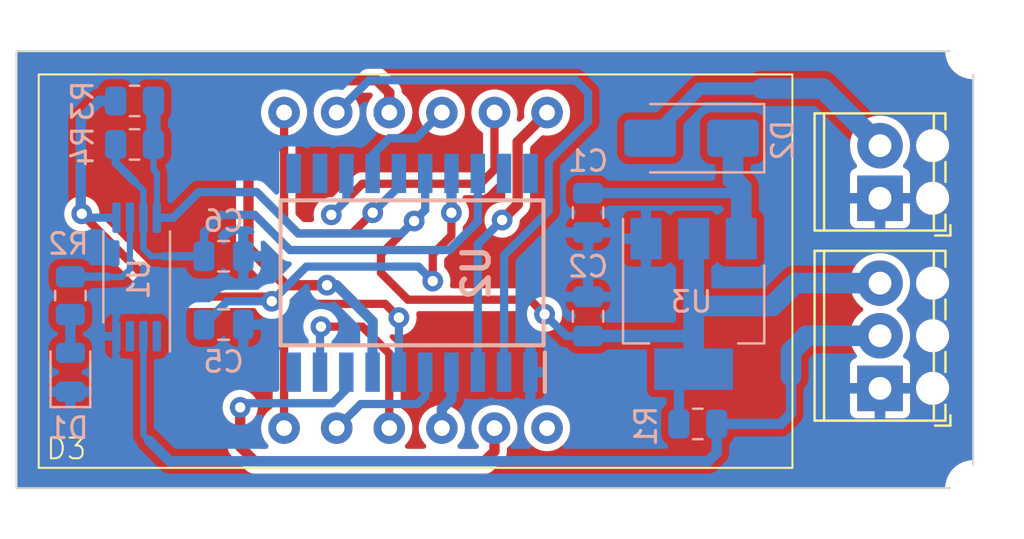
<source format=kicad_pcb>
(kicad_pcb (version 20221018) (generator pcbnew)
  (title_block (date "2023-08-18"))
  (layers (0 "F.Cu" signal) (31 "B.Cu" signal) (34 "B.Paste" user) (35 "F.Paste" user) (36 "B.SilkS" user "B.Silkscreen") (37 "F.SilkS" user "F.Silkscreen") (38 "B.Mask" user) (39 "F.Mask" user) (44 "Edge.Cuts" user))
  (net 0 "")
  (net 1 "+12V")
  (net 2 "GND")
  (net 3 "+5V")
  (net 4 "Net-(D1-A)")
  (net 5 "Net-(D2-A)")
  (net 6 "Net-(D3-e)")
  (net 7 "Net-(D3-d)")
  (net 8 "Net-(D3-DPX)")
  (net 9 "Net-(D3-c)")
  (net 10 "Net-(D3-g)")
  (net 11 "Net-(D3-b)")
  (net 12 "/CA3")
  (net 13 "/CA2")
  (net 14 "Net-(D3-f)")
  (net 15 "Net-(D3-a)")
  (net 16 "/CA1")
  (net 17 "Net-(J1-Pin_2)")
  (net 18 "Net-(U1-PB1)")
  (net 21 "Net-(U1-AREF{slash}PB0)")
  (net 22 "Net-(U1-PB2)")
  (footprint "TerminalBlock_Phoenix:TerminalBlock_Phoenix_MPT-0,5-3-2.54_1x03_P2.54mm_Horizontal" (layer "F.Cu") (at 168.65 98.43 90)
    (fp_text reference "J1" hide)
    (fp_text value "SENSOR")
    (fp_line (start -1.8 2.66) (end -1.8 3.4) (stroke (width 0.12)) (layer "F.SilkS"))
    (fp_line (start -1.8 3.4) (end -1.3 3.4) (stroke (width 0.12)) (layer "F.SilkS"))
    (fp_line (start -1.56 -3.16) (end -1.56 3.16) (stroke (width 0.12)) (layer "F.SilkS"))
    (fp_line (start -1.56 -3.16) (end 6.64 -3.16) (stroke (width 0.12)) (layer "F.SilkS"))
    (fp_line (start -1.56 -2.7) (end 6.64 -2.7) (stroke (width 0.12)) (layer "F.SilkS"))
    (fp_line (start -1.56 2.6) (end -0.79 2.6) (stroke (width 0.12)) (layer "F.SilkS"))
    (fp_line (start -1.56 3.16) (end -0.79 3.16) (stroke (width 0.12)) (layer "F.SilkS"))
    (fp_line (start 0.79 2.6) (end 1.75 2.6) (stroke (width 0.12)) (layer "F.SilkS"))
    (fp_line (start 0.79 3.16) (end 1.75 3.16) (stroke (width 0.12)) (layer "F.SilkS"))
    (fp_line (start 3.33 2.6) (end 4.29 2.6) (stroke (width 0.12)) (layer "F.SilkS"))
    (fp_line (start 3.33 3.16) (end 4.29 3.16) (stroke (width 0.12)) (layer "F.SilkS"))
    (fp_line (start 5.87 2.6) (end 6.64 2.6) (stroke (width 0.12)) (layer "F.SilkS"))
    (fp_line (start 5.87 3.16) (end 6.64 3.16) (stroke (width 0.12)) (layer "F.SilkS"))
    (fp_line (start 6.64 -3.16) (end 6.64 3.16) (stroke (width 0.12)) (layer "F.SilkS"))
    (pad "" np_thru_hole circle (at 0 2.54 90) (size 1.1 1.1) (drill 1.1) (layers "*.Cu" "*.Mask"))
    (pad "" np_thru_hole circle (at 2.54 2.54 90) (size 1.1 1.1) (drill 1.1) (layers "*.Cu" "*.Mask"))
    (pad "" np_thru_hole circle (at 5.08 2.54 90) (size 1.1 1.1) (drill 1.1) (layers "*.Cu" "*.Mask"))
    (pad "1" thru_hole rect (at 0 0 90) (size 2.2 2.2) (drill 1.1) (layers "*.Cu" "*.Mask") (net 2 "GND"))
    (pad "2" thru_hole circle (at 2.54 0 90) (size 2.2 2.2) (drill 1.1) (layers "*.Cu" "*.Mask") (net 17 "Net-(J1-Pin_2)"))
    (pad "3" thru_hole circle (at 5.08 0 90) (size 2.2 2.2) (drill 1.1) (layers "*.Cu" "*.Mask") (net 3 "+5V"))
  )
  (footprint "MountingHole:MountingHole_2.2mm_M2" (layer "F.Cu") (at 173.15 103.25)
    (fp_text reference "REF**" hide)
    (fp_text value "MountingHole_2.2mm_M2" hide)
    (pad "" np_thru_hole circle (at 0 0) (size 2.2 2.2) (drill 2.2) (layers "F&B.Cu" "*.Mask"))
  )
  (footprint "TerminalBlock_Phoenix:TerminalBlock_Phoenix_MPT-0,5-2-2.54_1x02_P2.54mm_Horizontal" (layer "F.Cu") (at 168.65 89.25 90)
    (fp_text reference "J2" hide)
    (fp_text value "POWER")
    (fp_line (start -1.8 2.66) (end -1.8 3.4) (stroke (width 0.12)) (layer "F.SilkS"))
    (fp_line (start -1.8 3.4) (end -1.3 3.4) (stroke (width 0.12)) (layer "F.SilkS"))
    (fp_line (start -1.56 -3.16) (end -1.56 3.16) (stroke (width 0.12)) (layer "F.SilkS"))
    (fp_line (start -1.56 -3.16) (end 4.1 -3.16) (stroke (width 0.12)) (layer "F.SilkS"))
    (fp_line (start -1.56 -2.7) (end 4.1 -2.7) (stroke (width 0.12)) (layer "F.SilkS"))
    (fp_line (start -1.56 2.6) (end -0.79 2.6) (stroke (width 0.12)) (layer "F.SilkS"))
    (fp_line (start -1.56 3.16) (end -0.79 3.16) (stroke (width 0.12)) (layer "F.SilkS"))
    (fp_line (start 0.79 2.6) (end 1.75 2.6) (stroke (width 0.12)) (layer "F.SilkS"))
    (fp_line (start 0.79 3.16) (end 1.75 3.16) (stroke (width 0.12)) (layer "F.SilkS"))
    (fp_line (start 3.33 2.6) (end 4.1 2.6) (stroke (width 0.12)) (layer "F.SilkS"))
    (fp_line (start 3.33 3.16) (end 4.1 3.16) (stroke (width 0.12)) (layer "F.SilkS"))
    (fp_line (start 4.1 -3.16) (end 4.1 3.16) (stroke (width 0.12)) (layer "F.SilkS"))
    (pad "" np_thru_hole circle (at 0 2.54 90) (size 1.1 1.1) (drill 1.1) (layers "*.Cu" "*.Mask"))
    (pad "" np_thru_hole circle (at 2.54 2.54 90) (size 1.1 1.1) (drill 1.1) (layers "*.Cu" "*.Mask"))
    (pad "1" thru_hole rect (at 0 0 90) (size 2.2 2.2) (drill 1.1) (layers "*.Cu" "*.Mask") (net 2 "GND"))
    (pad "2" thru_hole circle (at 2.54 0 90) (size 2.2 2.2) (drill 1.1) (layers "*.Cu" "*.Mask") (net 5 "Net-(D2-A)"))
  )
  (footprint "5631BS:5631BS" (layer "F.Cu") (at 139.87 100.35)
    (fp_text reference "D3" (at -10.52 1 unlocked) (layer "F.SilkS") (effects (font (thickness 0.1))))
    (fp_text value "5631BS")
    (fp_rect (start -11.85 -17.08) (end 24.55 1.92) (stroke (width 0.1)) (fill none) (layer "F.SilkS"))
    (pad "1" thru_hole circle (at 0 0) (size 1.524 1.524) (drill 0.762) (layers "*.Cu" "*.Mask") (net 6 "Net-(D3-e)"))
    (pad "2" thru_hole circle (at 2.54 0) (size 1.524 1.524) (drill 0.762) (layers "*.Cu" "*.Mask") (net 7 "Net-(D3-d)"))
    (pad "3" thru_hole circle (at 5.08 0) (size 1.524 1.524) (drill 0.762) (layers "*.Cu" "*.Mask") (net 8 "Net-(D3-DPX)"))
    (pad "4" thru_hole circle (at 7.62 0) (size 1.524 1.524) (drill 0.762) (layers "*.Cu" "*.Mask") (net 9 "Net-(D3-c)"))
    (pad "5" thru_hole circle (at 10.16 0) (size 1.524 1.524) (drill 0.762) (layers "*.Cu" "*.Mask") (net 10 "Net-(D3-g)"))
    (pad "6" thru_hole circle (at 12.7 0) (size 1.524 1.524) (drill 0.762) (layers "*.Cu" "*.Mask"))
    (pad "7" thru_hole circle (at 12.7 -15.24) (size 1.524 1.524) (drill 0.762) (layers "*.Cu" "*.Mask") (net 11 "Net-(D3-b)"))
    (pad "8" thru_hole circle (at 10.16 -15.24) (size 1.524 1.524) (drill 0.762) (layers "*.Cu" "*.Mask") (net 12 "/CA3"))
    (pad "9" thru_hole circle (at 7.62 -15.24) (size 1.524 1.524) (drill 0.762) (layers "*.Cu" "*.Mask") (net 13 "/CA2"))
    (pad "10" thru_hole circle (at 5.08 -15.24) (size 1.524 1.524) (drill 0.762) (layers "*.Cu" "*.Mask") (net 14 "Net-(D3-f)"))
    (pad "11" thru_hole circle (at 2.54 -15.24) (size 1.524 1.524) (drill 0.762) (layers "*.Cu" "*.Mask") (net 15 "Net-(D3-a)"))
    (pad "12" thru_hole circle (at 0 -15.24) (size 1.524 1.524) (drill 0.762) (layers "*.Cu" "*.Mask") (net 16 "/CA1"))
  )
  (footprint "MountingHole:MountingHole_2.2mm_M2" (layer "F.Cu") (at 173.15 82.15)
    (fp_text reference "REF**" hide)
    (fp_text value "MountingHole_2.2mm_M2" hide)
    (pad "" np_thru_hole circle (at 0 0) (size 2.2 2.2) (drill 2.2) (layers "*.Cu" "*.Mask"))
  )
  (footprint "Capacitor_SMD:C_0805_2012Metric" (layer "B.Cu") (at 136.95 95.35)
    (fp_text reference "C5" (at 0 1.8) (layer "B.SilkS") (effects (justify mirror)))
    (fp_text value "100pF")
    (fp_line (start -0.261252 -0.735) (end 0.261252 -0.735) (stroke (width 0.12)) (layer "B.SilkS"))
    (fp_line (start -0.261252 0.735) (end 0.261252 0.735) (stroke (width 0.12)) (layer "B.SilkS"))
    (pad "1" smd roundrect (at -0.95 0) (size 1 1.45) (layers "B.Cu" "B.Paste" "B.Mask") (net 21 "Net-(U1-AREF{slash}PB0)"))
    (pad "2" smd roundrect (at 0.95 0) (size 1 1.45) (layers "B.Cu" "B.Paste" "B.Mask") (net 2 "GND"))
  )
  (footprint "LED_SMD:LED_0805_2012Metric" (layer "B.Cu") (at 129.55 97.65 90)
    (fp_text reference "D1" (at -2.7 -0.1 180) (layer "B.SilkS") (effects (justify mirror)))
    (fp_text value "ERR")
    (fp_line (start -1.685 -0.96) (end 1 -0.96) (stroke (width 0.12)) (layer "B.SilkS"))
    (fp_line (start -1.685 0.96) (end -1.685 -0.96) (stroke (width 0.12)) (layer "B.SilkS"))
    (fp_line (start 1 0.96) (end -1.685 0.96) (stroke (width 0.12)) (layer "B.SilkS"))
    (pad "1" smd roundrect (at -0.9375 0 90) (size 0.975 1.4) (layers "B.Cu" "B.Paste" "B.Mask") (net 2 "GND"))
    (pad "2" smd roundrect (at 0.9375 0 90) (size 0.975 1.4) (layers "B.Cu" "B.Paste" "B.Mask") (net 4 "Net-(D1-A)"))
  )
  (footprint "Resistor_SMD:R_0805_2012Metric" (layer "B.Cu") (at 159.85 100.15 180)
    (fp_text reference "R1" (at 2.5 -0.1 90) (layer "B.SilkS") (effects (justify mirror)))
    (fp_text value "4.7K")
    (fp_line (start -0.227064 -0.735) (end 0.227064 -0.735) (stroke (width 0.12)) (layer "B.SilkS"))
    (fp_line (start -0.227064 0.735) (end 0.227064 0.735) (stroke (width 0.12)) (layer "B.SilkS"))
    (pad "1" smd roundrect (at -0.9125 0 180) (size 1.025 1.4) (layers "B.Cu" "B.Paste" "B.Mask") (roundrect_rratio 0.243902439) (net 17 "Net-(J1-Pin_2)"))
    (pad "2" smd roundrect (at 0.9125 0 180) (size 1.025 1.4) (layers "B.Cu" "B.Paste" "B.Mask") (roundrect_rratio 0.243902439) (net 3 "+5V"))
  )
  (footprint "Capacitor_SMD:C_0805_2012Metric" (layer "B.Cu") (at 154.55 94.95 90)
    (fp_text reference "C2" (at 2.4 0 180) (layer "B.SilkS") (effects (justify mirror)))
    (fp_text value "10uF")
    (fp_line (start -0.261252 -0.735) (end 0.261252 -0.735) (stroke (width 0.12)) (layer "B.SilkS"))
    (fp_line (start -0.261252 0.735) (end 0.261252 0.735) (stroke (width 0.12)) (layer "B.SilkS"))
    (pad "1" smd roundrect (at -0.95 0 90) (size 1 1.45) (layers "B.Cu" "B.Paste" "B.Mask") (net 3 "+5V"))
    (pad "2" smd roundrect (at 0.95 0 90) (size 1 1.45) (layers "B.Cu" "B.Paste" "B.Mask") (net 2 "GND"))
  )
  (footprint "Capacitor_SMD:C_0805_2012Metric" (layer "B.Cu") (at 154.55 89.95 -90)
    (fp_text reference "C1" (at -2.5 0 -180) (layer "B.SilkS") (effects (justify mirror)))
    (fp_text value "10uF")
    (fp_line (start -0.261252 -0.735) (end 0.261252 -0.735) (stroke (width 0.12)) (layer "B.SilkS"))
    (fp_line (start -0.261252 0.735) (end 0.261252 0.735) (stroke (width 0.12)) (layer "B.SilkS"))
    (pad "1" smd roundrect (at -0.95 0 270) (size 1 1.45) (layers "B.Cu" "B.Paste" "B.Mask") (net 1 "+12V"))
    (pad "2" smd roundrect (at 0.95 0 270) (size 1 1.45) (layers "B.Cu" "B.Paste" "B.Mask") (net 2 "GND"))
  )
  (footprint "Resistor_SMD:R_0805_2012Metric" (layer "B.Cu") (at 132.65 84.55 180)
    (fp_text reference "R3" (at 2.5 0 270) (layer "B.SilkS") (effects (justify mirror)))
    (fp_text value "10K")
    (fp_line (start -0.227064 -0.735) (end 0.227064 -0.735) (stroke (width 0.12)) (layer "B.SilkS"))
    (fp_line (start -0.227064 0.735) (end 0.227064 0.735) (stroke (width 0.12)) (layer "B.SilkS"))
    (pad "1" smd roundrect (at -0.9125 0 180) (size 1.025 1.4) (layers "B.Cu" "B.Paste" "B.Mask") (roundrect_rratio 0.243902439) (net 3 "+5V"))
    (pad "2" smd roundrect (at 0.9125 0 180) (size 1.025 1.4) (layers "B.Cu" "B.Paste" "B.Mask") (roundrect_rratio 0.243902439) (net 21 "Net-(U1-AREF{slash}PB0)"))
  )
  (footprint "Package_SO:TSSOP-8_4.4x3mm_P0.65mm" (layer "B.Cu") (at 132.75 93.05 90)
    (fp_text reference "U1" (at -0.1 0.1 90) (layer "B.SilkS") (effects (justify mirror)))
    (fp_text value "ATtiny45V")
    (fp_line (start 0 -1.61) (end -2.2 -1.61) (stroke (width 0.12)) (layer "B.SilkS"))
    (fp_line (start 0 -1.61) (end 2.2 -1.61) (stroke (width 0.12)) (layer "B.SilkS"))
    (fp_line (start 0 1.61) (end -3.6 1.61) (stroke (width 0.12)) (layer "B.SilkS"))
    (fp_line (start 0 1.61) (end 2.2 1.61) (stroke (width 0.12)) (layer "B.SilkS"))
    (pad "1" smd roundrect (at -2.8625 0.975 90) (size 1.475 0.4) (layers "B.Cu" "B.Paste" "B.Mask"))
    (pad "2" smd roundrect (at -2.8625 0.325 90) (size 1.475 0.4) (layers "B.Cu" "B.Paste" "B.Mask") (net 17 "Net-(J1-Pin_2)"))
    (pad "3" smd roundrect (at -2.8625 -0.325 90) (size 1.475 0.4) (layers "B.Cu" "B.Paste" "B.Mask"))
    (pad "4" smd roundrect (at -2.8625 -0.975 90) (size 1.475 0.4) (layers "B.Cu" "B.Paste" "B.Mask") (net 2 "GND"))
    (pad "5" smd roundrect (at 2.8625 -0.975 90) (size 1.475 0.4) (layers "B.Cu" "B.Paste" "B.Mask") (net 21 "Net-(U1-AREF{slash}PB0)"))
    (pad "6" smd roundrect (at 2.8625 -0.325 90) (size 1.475 0.4) (layers "B.Cu" "B.Paste" "B.Mask") (net 18 "Net-(U1-PB1)"))
    (pad "7" smd roundrect (at 2.8625 0.325 90) (size 1.475 0.4) (layers "B.Cu" "B.Paste" "B.Mask") (net 22 "Net-(U1-PB2)"))
    (pad "8" smd roundrect (at 2.8625 0.975 90) (size 1.475 0.4) (layers "B.Cu" "B.Paste" "B.Mask") (net 3 "+5V"))
  )
  (footprint "Capacitor_SMD:C_0805_2012Metric" (layer "B.Cu") (at 136.95 92.05)
    (fp_text reference "C6" (at 0 -1.7) (layer "B.SilkS") (effects (justify mirror)))
    (fp_text value "100pF")
    (fp_line (start -0.261252 -0.735) (end 0.261252 -0.735) (stroke (width 0.12)) (layer "B.SilkS"))
    (fp_line (start -0.261252 0.735) (end 0.261252 0.735) (stroke (width 0.12)) (layer "B.SilkS"))
    (pad "1" smd roundrect (at -0.95 0) (size 1 1.45) (layers "B.Cu" "B.Paste" "B.Mask") (net 22 "Net-(U1-PB2)"))
    (pad "2" smd roundrect (at 0.95 0) (size 1 1.45) (layers "B.Cu" "B.Paste" "B.Mask") (net 2 "GND"))
  )
  (footprint "Resistor_SMD:R_0805_2012Metric" (layer "B.Cu") (at 129.55 93.95 -90)
    (fp_text reference "R2" (at -2.5 0.1 -180) (layer "B.SilkS") (effects (justify mirror)))
    (fp_text value "330")
    (fp_line (start -0.227064 -0.735) (end 0.227064 -0.735) (stroke (width 0.12)) (layer "B.SilkS"))
    (fp_line (start -0.227064 0.735) (end 0.227064 0.735) (stroke (width 0.12)) (layer "B.SilkS"))
    (pad "1" smd roundrect (at -0.9125 0 270) (size 1.025 1.4) (layers "B.Cu" "B.Paste" "B.Mask") (roundrect_rratio 0.243902439) (net 18 "Net-(U1-PB1)"))
    (pad "2" smd roundrect (at 0.9125 0 270) (size 1.025 1.4) (layers "B.Cu" "B.Paste" "B.Mask") (roundrect_rratio 0.243902439) (net 4 "Net-(D1-A)"))
  )
  (footprint "Diode_SMD:D_SMA" (layer "B.Cu") (at 159.55 86.35 180)
    (fp_text reference "D2" (at -4.4 -0.1 270) (layer "B.SilkS") (effects (justify mirror)))
    (fp_text value "D_Schottky")
    (fp_line (start -3.51 -1.65) (end 2 -1.65) (stroke (width 0.12)) (layer "B.SilkS"))
    (fp_line (start -3.51 1.65) (end -3.51 -1.65) (stroke (width 0.12)) (layer "B.SilkS"))
    (fp_line (start -3.51 1.65) (end 2 1.65) (stroke (width 0.12)) (layer "B.SilkS"))
    (pad "1" smd roundrect (at -2 0 180) (size 2.5 1.8) (layers "B.Cu" "B.Paste" "B.Mask") (roundrect_rratio 0.1388888889) (net 1 "+12V"))
    (pad "2" smd roundrect (at 2 0 180) (size 2.5 1.8) (layers "B.Cu" "B.Paste" "B.Mask") (roundrect_rratio 0.1388888889) (net 5 "Net-(D2-A)"))
  )
  (footprint "TM1637__SOP_:SOIC127P1045X280-20N" (layer "B.Cu") (at 146.05 92.85 90)
    (fp_text reference "U2" (at 0 3.1 90) (layer "B.SilkS") (effects (font (size 1.27 1.27) (thickness 0.254)) (justify mirror)))
    (fp_text value "TM1637" hide)
    (fp_line (start -5.75 6.415) (end -3.85 6.415) (stroke (width 0.2)) (layer "B.SilkS"))
    (fp_line (start -3.5 -6.35) (end -3.5 6.35) (stroke (width 0.2)) (layer "B.SilkS"))
    (fp_line (start -3.5 6.35) (end 3.5 6.35) (stroke (width 0.2)) (layer "B.SilkS"))
    (fp_line (start 3.5 -6.35) (end -3.5 -6.35) (stroke (width 0.2)) (layer "B.SilkS"))
    (fp_line (start 3.5 6.35) (end 3.5 -6.35) (stroke (width 0.2)) (layer "B.SilkS"))
    (pad "1" smd rect (at -4.8 5.715) (size 0.7 1.9) (layers "B.Cu" "B.Paste" "B.Mask") (net 2 "GND"))
    (pad "2" smd rect (at -4.8 4.445) (size 0.7 1.9) (layers "B.Cu" "B.Paste" "B.Mask") (net 15 "Net-(D3-a)"))
    (pad "3" smd rect (at -4.8 3.175) (size 0.7 1.9) (layers "B.Cu" "B.Paste" "B.Mask") (net 11 "Net-(D3-b)"))
    (pad "4" smd rect (at -4.8 1.905) (size 0.7 1.9) (layers "B.Cu" "B.Paste" "B.Mask") (net 9 "Net-(D3-c)"))
    (pad "5" smd rect (at -4.8 0.635) (size 0.7 1.9) (layers "B.Cu" "B.Paste" "B.Mask") (net 7 "Net-(D3-d)"))
    (pad "6" smd rect (at -4.8 -0.635) (size 0.7 1.9) (layers "B.Cu" "B.Paste" "B.Mask") (net 6 "Net-(D3-e)"))
    (pad "7" smd rect (at -4.8 -1.905) (size 0.7 1.9) (layers "B.Cu" "B.Paste" "B.Mask") (net 14 "Net-(D3-f)"))
    (pad "8" smd rect (at -4.8 -3.175) (size 0.7 1.9) (layers "B.Cu" "B.Paste" "B.Mask") (net 10 "Net-(D3-g)"))
    (pad "9" smd rect (at -4.8 -4.445) (size 0.7 1.9) (layers "B.Cu" "B.Paste" "B.Mask") (net 8 "Net-(D3-DPX)"))
    (pad "10" smd rect (at -4.8 -5.715) (size 0.7 1.9) (layers "B.Cu" "B.Paste" "B.Mask"))
    (pad "11" smd rect (at 4.8 -5.715) (size 0.7 1.9) (layers "B.Cu" "B.Paste" "B.Mask"))
    (pad "12" smd rect (at 4.8 -4.445) (size 0.7 1.9) (layers "B.Cu" "B.Paste" "B.Mask"))
    (pad "13" smd rect (at 4.8 -3.175) (size 0.7 1.9) (layers "B.Cu" "B.Paste" "B.Mask") (net 12 "/CA3"))
    (pad "14" smd rect (at 4.8 -1.905) (size 0.7 1.9) (layers "B.Cu" "B.Paste" "B.Mask") (net 13 "/CA2"))
    (pad "15" smd rect (at 4.8 -0.635) (size 0.7 1.9) (layers "B.Cu" "B.Paste" "B.Mask") (net 16 "/CA1"))
    (pad "16" smd rect (at 4.8 0.635) (size 0.7 1.9) (layers "B.Cu" "B.Paste" "B.Mask") (net 3 "+5V"))
    (pad "17" smd rect (at 4.8 1.905) (size 0.7 1.9) (layers "B.Cu" "B.Paste" "B.Mask") (net 21 "Net-(U1-AREF{slash}PB0)"))
    (pad "18" smd rect (at 4.8 3.175) (size 0.7 1.9) (layers "B.Cu" "B.Paste" "B.Mask") (net 22 "Net-(U1-PB2)"))
    (pad "19" smd rect (at 4.8 4.445) (size 0.7 1.9) (layers "B.Cu" "B.Paste" "B.Mask"))
    (pad "20" smd rect (at 4.8 5.715) (size 0.7 1.9) (layers "B.Cu" "B.Paste" "B.Mask"))
  )
  (footprint "Resistor_SMD:R_0805_2012Metric" (layer "B.Cu") (at 132.65 86.65 180)
    (fp_text reference "R4" (at 2.5 -0.1 90) (layer "B.SilkS") (effects (justify mirror)))
    (fp_text value "10K")
    (fp_line (start -0.227064 -0.735) (end 0.227064 -0.735) (stroke (width 0.12)) (layer "B.SilkS"))
    (fp_line (start -0.227064 0.735) (end 0.227064 0.735) (stroke (width 0.12)) (layer "B.SilkS"))
    (pad "1" smd roundrect (at -0.9125 0 180) (size 1.025 1.4) (layers "B.Cu" "B.Paste" "B.Mask") (roundrect_rratio 0.243902439) (net 3 "+5V"))
    (pad "2" smd roundrect (at 0.9125 0 180) (size 1.025 1.4) (layers "B.Cu" "B.Paste" "B.Mask") (roundrect_rratio 0.243902439) (net 22 "Net-(U1-PB2)"))
  )
  (footprint "Package_TO_SOT_SMD:SOT-223-3_TabPin2" (layer "B.Cu") (at 159.65 94.35 -90)
    (fp_text reference "U3" (at -0.1 0.1) (layer "B.SilkS") (effects (justify mirror)))
    (fp_text value "AMS1117-5.0")
    (fp_line (start -4.1 3.41) (end 1.91 3.41) (stroke (width 0.12)) (layer "B.SilkS"))
    (fp_line (start -1.85 -3.41) (end 1.91 -3.41) (stroke (width 0.12)) (layer "B.SilkS"))
    (fp_line (start 1.91 -3.41) (end 1.91 -2.15) (stroke (width 0.12)) (layer "B.SilkS"))
    (fp_line (start 1.91 3.41) (end 1.91 2.15) (stroke (width 0.12)) (layer "B.SilkS"))
    (pad "1" smd rect (at -3.15 2.3 270) (size 2 1.5) (layers "B.Cu" "B.Paste" "B.Mask") (net 2 "GND"))
    (pad "2" smd rect (at -3.15 0 270) (size 2 1.5) (layers "B.Cu" "B.Paste" "B.Mask") (net 3 "+5V"))
    (pad "2" smd rect (at 3.15 0 270) (size 2 3.8) (layers "B.Cu" "B.Paste" "B.Mask") (net 3 "+5V"))
    (pad "3" smd rect (at -3.15 -2.3 270) (size 2 1.5) (layers "B.Cu" "B.Paste" "B.Mask") (net 1 "+12V"))
  )
  (gr_rect (start 126.95 82.15) (end 173.15 103.25) (stroke (width 0.1)) (fill none) (layer "Edge.Cuts"))
  (gr_text "+" (at 167.55 84.15) (layer "F.Cu") (effects (font (size 1.5 1.5) (thickness 0.3) bold) (justify left bottom)))
  (gr_text "GND" (at 166 102.75) (layer "F.Cu") (effects (font (size 1.5 1.5) (thickness 0.3) bold) (justify left bottom)))
  (segment (start 161.95 89.05) (end 161.95 88.75) (width 1) (layer "B.Cu") (net 1))
  (segment (start 161.95 88.75) (end 161.55 88.35) (width 1) (layer "B.Cu") (net 1))
  (segment (start 161.55 88.35) (end 161.55 86.35) (width 1) (layer "B.Cu") (net 1))
  (segment (start 161.95 91.2) (end 161.95 89.05) (width 1) (layer "B.Cu") (net 1))
  (segment (start 154.55 89) (end 161.9 89) (width 0.5) (layer "B.Cu") (net 1))
  (segment (start 161.9 89) (end 161.95 89.05) (width 0.5) (layer "B.Cu") (net 1))
  (segment (start 144.55 91.95) (end 146.15 90.35) (width 0.4) (layer "F.Cu") (net 3))
  (segment (start 145.85 94.15) (end 144.55 92.85) (width 0.4) (layer "F.Cu") (net 3))
  (segment (start 151.75 94.15) (end 145.85 94.15) (width 0.4) (layer "F.Cu") (net 3))
  (segment (start 144.55 92.85) (end 144.55 91.95) (width 0.4) (layer "F.Cu") (net 3))
  (segment (start 152.45 94.85) (end 151.75 94.15) (width 0.4) (layer "F.Cu") (net 3))
  (via (at 146.15 90.35) (size 1) (drill 0.5) (layers "F.Cu" "B.Cu") (net 3))
  (via (at 152.45 94.85) (size 1) (drill 0.5) (layers "F.Cu" "B.Cu") (net 3))
  (segment (start 158.9375 100.15) (end 158.9375 98.2125) (width 0.5) (layer "B.Cu") (net 3))
  (segment (start 164.55 93.35) (end 168.65 93.35) (width 1) (layer "B.Cu") (net 3))
  (segment (start 158.9375 98.2125) (end 159.65 97.5) (width 0.5) (layer "B.Cu") (net 3))
  (segment (start 159.6 95.9) (end 159.65 95.85) (width 0.6) (layer "B.Cu") (net 3))
  (segment (start 133.725 88.025) (end 133.725 90.1875) (width 0.3) (layer "B.Cu") (net 3))
  (segment (start 146.15 90.35) (end 145.55 90.95) (width 0.4) (layer "B.Cu") (net 3))
  (segment (start 154.55 95.9) (end 159.6 95.9) (width 0.6) (layer "B.Cu") (net 3))
  (segment (start 153.5 95.9) (end 154.55 95.9) (width 0.4) (layer "B.Cu") (net 3))
  (segment (start 134.5125 90.1875) (end 133.725 90.1875) (width 0.4) (layer "B.Cu") (net 3))
  (segment (start 145.55 90.95) (end 140.55 90.95) (width 0.4) (layer "B.Cu") (net 3))
  (segment (start 152.45 94.85) (end 153.5 95.9) (width 0.4) (layer "B.Cu") (net 3))
  (segment (start 140.55 90.95) (end 138.55 88.95) (width 0.4) (layer "B.Cu") (net 3))
  (segment (start 163.45 94.45) (end 164.55 93.35) (width 1) (layer "B.Cu") (net 3))
  (segment (start 133.5625 87.8625) (end 133.725 88.025) (width 0.3) (layer "B.Cu") (net 3))
  (segment (start 159.65 91.2) (end 159.65 94.45) (width 1) (layer "B.Cu") (net 3))
  (segment (start 146.685 89.815) (end 146.685 88.05) (width 0.4) (layer "B.Cu") (net 3))
  (segment (start 159.65 94.45) (end 163.45 94.45) (width 1) (layer "B.Cu") (net 3))
  (segment (start 133.5625 86.65) (end 133.5625 84.55) (width 0.7) (layer "B.Cu") (net 3))
  (segment (start 135.75 88.95) (end 134.5125 90.1875) (width 0.4) (layer "B.Cu") (net 3))
  (segment (start 138.55 88.95) (end 135.75 88.95) (width 0.4) (layer "B.Cu") (net 3))
  (segment (start 133.5625 86.65) (end 133.5625 87.8625) (width 0.3) (layer "B.Cu") (net 3))
  (segment (start 159.65 94.45) (end 159.65 95.85) (width 1) (layer "B.Cu") (net 3))
  (segment (start 159.65 95.85) (end 159.65 97.5) (width 1) (layer "B.Cu") (net 3))
  (segment (start 146.15 90.35) (end 146.685 89.815) (width 0.4) (layer "B.Cu") (net 3))
  (segment (start 129.55 94.8625) (end 129.55 96.7125) (width 0.5) (layer "B.Cu") (net 4))
  (segment (start 162.95 83.95) (end 159.95 83.95) (width 0.6) (layer "B.Cu") (net 5))
  (segment (start 162.95 83.95) (end 165.89 83.95) (width 1) (layer "B.Cu") (net 5))
  (segment (start 165.89 83.95) (end 168.65 86.71) (width 1) (layer "B.Cu") (net 5))
  (segment (start 159.95 83.95) (end 157.55 86.35) (width 0.6) (layer "B.Cu") (net 5))
  (segment (start 144.75 94.35) (end 140.95 94.35) (width 0.4) (layer "F.Cu") (net 6))
  (segment (start 139.87 95.43) (end 139.87 100.35) (width 0.4) (layer "F.Cu") (net 6))
  (segment (start 140.95 94.35) (end 139.87 95.43) (width 0.4) (layer "F.Cu") (net 6))
  (segment (start 145.415 95.015) (end 144.75 94.35) (width 0.4) (layer "F.Cu") (net 6))
  (via (at 145.415 95.015) (size 1) (drill 0.5) (layers "F.Cu" "B.Cu") (net 6))
  (segment (start 145.415 95.015) (end 145.415 97.65) (width 0.4) (layer "B.Cu") (net 6))
  (segment (start 142.41 100.35) (end 143.572 99.188) (width 0.4) (layer "B.Cu") (net 7))
  (segment (start 143.572 99.188) (end 146.312 99.188) (width 0.4) (layer "B.Cu") (net 7))
  (segment (start 146.312 99.188) (end 146.685 98.815) (width 0.4) (layer "B.Cu") (net 7))
  (segment (start 146.685 98.815) (end 146.685 97.65) (width 0.4) (layer "B.Cu") (net 7))
  (segment (start 143.65 95.45) (end 144.95 96.75) (width 0.4) (layer "F.Cu") (net 8))
  (segment (start 141.65 95.45) (end 143.65 95.45) (width 0.4) (layer "F.Cu") (net 8))
  (segment (start 144.95 96.75) (end 144.95 100.35) (width 0.4) (layer "F.Cu") (net 8))
  (via (at 141.65 95.45) (size 1) (drill 0.5) (layers "F.Cu" "B.Cu") (net 8))
  (segment (start 141.605 95.495) (end 141.605 97.65) (width 0.4) (layer "B.Cu") (net 8))
  (segment (start 141.65 95.45) (end 141.605 95.495) (width 0.4) (layer "B.Cu") (net 8))
  (segment (start 147.49 99.41) (end 147.49 100.35) (width 0.5) (layer "B.Cu") (net 9))
  (segment (start 147.955 98.945) (end 147.49 99.41) (width 0.5) (layer "B.Cu") (net 9))
  (segment (start 147.955 97.65) (end 147.955 98.945) (width 0.5) (layer "B.Cu") (net 9))
  (segment (start 149.55 101.95) (end 150.03 101.47) (width 0.5) (layer "F.Cu") (net 10))
  (segment (start 138.45 101.95) (end 149.55 101.95) (width 0.5) (layer "F.Cu") (net 10))
  (segment (start 137.75 99.35) (end 137.75 101.25) (width 0.5) (layer "F.Cu") (net 10))
  (segment (start 150.03 101.47) (end 150.03 100.35) (width 0.5) (layer "F.Cu") (net 10))
  (segment (start 137.75 101.25) (end 138.45 101.95) (width 0.5) (layer "F.Cu") (net 10))
  (via (at 137.75 99.35) (size 1) (drill 0.5) (layers "F.Cu" "B.Cu") (net 10))
  (segment (start 142.205 99.15) (end 137.95 99.15) (width 0.4) (layer "B.Cu") (net 10))
  (segment (start 137.95 99.15) (end 137.75 99.35) (width 0.4) (layer "B.Cu") (net 10))
  (segment (start 142.875 98.48) (end 142.205 99.15) (width 0.4) (layer "B.Cu") (net 10))
  (segment (start 142.875 97.65) (end 142.875 98.48) (width 0.4) (layer "B.Cu") (net 10))
  (segment (start 151.15 89.55) (end 151.15 86.53) (width 0.5) (layer "F.Cu") (net 11))
  (segment (start 150.4 90.3) (end 151.15 89.55) (width 0.5) (layer "F.Cu") (net 11))
  (segment (start 151.15 86.53) (end 152.57 85.11) (width 0.5) (layer "F.Cu") (net 11))
  (via (at 150.4 90.3) (size 1) (drill 0.5) (layers "F.Cu" "B.Cu") (net 11))
  (segment (start 149.225 91.475) (end 149.225 97.65) (width 0.4) (layer "B.Cu") (net 11))
  (segment (start 150.4 90.3) (end 149.225 91.475) (width 0.4) (layer "B.Cu") (net 11))
  (segment (start 142.15 90.0505) (end 143.6505 88.55) (width 0.4) (layer "F.Cu") (net 12))
  (segment (start 150.03 87.87) (end 150.03 85.11) (width 0.4) (layer "F.Cu") (net 12))
  (segment (start 149.35 88.55) (end 150.03 87.87) (width 0.4) (layer "F.Cu") (net 12))
  (segment (start 143.6505 88.55) (end 149.35 88.55) (width 0.4) (layer "F.Cu") (net 12))
  (via (at 142.15 90.0505) (size 1) (drill 0.5) (layers "F.Cu" "B.Cu") (net 12))
  (segment (start 142.15 90.0505) (end 142.875 89.3255) (width 0.4) (layer "B.Cu") (net 12))
  (segment (start 142.875 89.3255) (end 142.875 88.05) (width 0.4) (layer "B.Cu") (net 12))
  (segment (start 144.95 86.35) (end 146.25 86.35) (width 0.4) (layer "B.Cu") (net 13))
  (segment (start 146.25 86.35) (end 147.49 85.11) (width 0.4) (layer "B.Cu") (net 13))
  (segment (start 144.145 87.155) (end 144.95 86.35) (width 0.4) (layer "B.Cu") (net 13))
  (segment (start 144.145 88.05) (end 144.145 87.155) (width 0.4) (layer "B.Cu") (net 13))
  (segment (start 138.15 84.55) (end 139.15 83.55) (width 0.5) (layer "F.Cu") (net 14))
  (segment (start 138.15 91.65) (end 138.15 84.55) (width 0.5) (layer "F.Cu") (net 14))
  (segment (start 144.95 84.15) (end 144.95 85.11) (width 0.5) (layer "F.Cu") (net 14))
  (segment (start 139.15 83.55) (end 144.35 83.55) (width 0.5) (layer "F.Cu") (net 14))
  (segment (start 139.9505 93.4505) (end 138.15 91.65) (width 0.5) (layer "F.Cu") (net 14))
  (segment (start 144.35 83.55) (end 144.95 84.15) (width 0.5) (layer "F.Cu") (net 14))
  (segment (start 141.945 93.4505) (end 139.9505 93.4505) (width 0.5) (layer "F.Cu") (net 14))
  (via (at 141.945 93.4505) (size 1) (drill 0.5) (layers "F.Cu" "B.Cu") (net 14))
  (segment (start 142.4005 93.4505) (end 144.145 95.195) (width 0.5) (layer "B.Cu") (net 14))
  (segment (start 144.145 95.195) (end 144.145 97.65) (width 0.5) (layer "B.Cu") (net 14))
  (segment (start 141.945 93.4505) (end 142.4005 93.4505) (width 0.5) (layer "B.Cu") (net 14))
  (segment (start 142.41 85.11) (end 143.97 83.55) (width 0.4) (layer "B.Cu") (net 15))
  (segment (start 150.495 92.005) (end 150.495 97.65) (width 0.4) (layer "B.Cu") (net 15))
  (segment (start 152.65 87.45) (end 152.65 89.85) (width 0.4) (layer "B.Cu") (net 15))
  (segment (start 153.95 83.55) (end 154.55 84.15) (width 0.4) (layer "B.Cu") (net 15))
  (segment (start 152.65 89.85) (end 150.495 92.005) (width 0.4) (layer "B.Cu") (net 15))
  (segment (start 154.55 85.55) (end 152.65 87.45) (width 0.4) (layer "B.Cu") (net 15))
  (segment (start 154.55 84.15) (end 154.55 85.55) (width 0.4) (layer "B.Cu") (net 15))
  (segment (start 143.97 83.55) (end 153.95 83.55) (width 0.4) (layer "B.Cu") (net 15))
  (segment (start 143.15 90.95) (end 140.55 90.95) (width 0.4) (layer "F.Cu") (net 16))
  (segment (start 139.87 90.27) (end 139.87 85.11) (width 0.4) (layer "F.Cu") (net 16))
  (segment (start 144.15 89.95) (end 143.15 90.95) (width 0.4) (layer "F.Cu") (net 16))
  (segment (start 140.55 90.95) (end 139.87 90.27) (width 0.4) (layer "F.Cu") (net 16))
  (via (at 144.15 89.95) (size 1) (drill 0.5) (layers "F.Cu" "B.Cu") (net 16))
  (segment (start 145.415 88.685) (end 145.415 88.05) (width 0.4) (layer "B.Cu") (net 16))
  (segment (start 144.15 89.95) (end 145.415 88.685) (width 0.4) (layer "B.Cu") (net 16))
  (segment (start 165.11 95.89) (end 164.35 96.65) (width 1) (layer "B.Cu") (net 17))
  (segment (start 160.7625 101.5375) (end 160.7625 100.15) (width 0.5) (layer "B.Cu") (net 17))
  (segment (start 133.35 100.95) (end 134.35 101.95) (width 0.5) (layer "B.Cu") (net 17))
  (segment (start 164.35 99.65) (end 164.35 97.85) (width 0.5) (layer "B.Cu") (net 17))
  (segment (start 134.35 101.95) (end 160.35 101.95) (width 0.5) (layer "B.Cu") (net 17))
  (segment (start 163.85 100.15) (end 164.35 99.65) (width 0.5) (layer "B.Cu") (net 17))
  (segment (start 133.075 95.9125) (end 133.075 100.675) (width 0.3) (layer "B.Cu") (net 17))
  (segment (start 168.65 95.89) (end 165.11 95.89) (width 1) (layer "B.Cu") (net 17))
  (segment (start 164.35 96.65) (end 164.35 97.85) (width 1) (layer "B.Cu") (net 17))
  (segment (start 160.75 100.1625) (end 160.7625 100.15) (width 0.5) (layer "B.Cu") (net 17))
  (segment (start 160.7625 100.15) (end 163.85 100.15) (width 0.5) (layer "B.Cu") (net 17))
  (segment (start 160.35 101.95) (end 160.7625 101.5375) (width 0.5) (layer "B.Cu") (net 17))
  (segment (start 133.075 100.675) (end 133.35 100.95) (width 0.3) (layer "B.Cu") (net 17))
  (segment (start 131.3375 93.0375) (end 131.35 93.05) (width 0.4) (layer "B.Cu") (net 18))
  (segment (start 129.55 93.0375) (end 131.3375 93.0375) (width 0.4) (layer "B.Cu") (net 18))
  (segment (start 132.425 92.675) (end 132.05 93.05) (width 0.3) (layer "B.Cu") (net 18))
  (segment (start 132.05 93.05) (end 131.35 93.05) (width 0.3) (layer "B.Cu") (net 18))
  (segment (start 132.425 90.1875) (end 132.425 92.675) (width 0.3) (layer "B.Cu") (net 18))
  (segment (start 139.2755 94.225) (end 139.0505 94) (width 0.4) (layer "F.Cu") (net 21))
  (segment (start 147.05 91.95) (end 147.95 91.05) (width 0.4) (layer "F.Cu") (net 21))
  (segment (start 147.95 91.05) (end 147.95 89.95) (width 0.4) (layer "F.Cu") (net 21))
  (segment (start 134.1 94) (end 130.1 90) (width 0.4) (layer "F.Cu") (net 21))
  (segment (start 147.05 93.25) (end 147.05 91.95) (width 0.4) (layer "F.Cu") (net 21))
  (segment (start 139.0505 94) (end 134.1 94) (width 0.4) (layer "F.Cu") (net 21))
  (via (at 130.1 90) (size 1) (drill 0.5) (layers "F.Cu" "B.Cu") (net 21))
  (via (at 147.95 89.95) (size 1) (drill 0.5) (layers "F.Cu" "B.Cu") (net 21))
  (via (at 139.2755 94.225) (size 1) (drill 0.5) (layers "F.Cu" "B.Cu") (net 21))
  (via (at 147.05 93.25) (size 1) (drill 0.5) (layers "F.Cu" "B.Cu") (net 21))
  (segment (start 139.2755 94.225) (end 140.9505 92.55) (width 0.4) (layer "B.Cu") (net 21))
  (segment (start 139.2755 94.225) (end 137.125 94.225) (width 0.4) (layer "B.Cu") (net 21))
  (segment (start 137.125 94.225) (end 136 95.35) (width 0.4) (layer "B.Cu") (net 21))
  (segment (start 147.95 89.95) (end 147.955 89.945) (width 0.5) (layer "B.Cu") (net 21))
  (segment (start 130.1 90) (end 130.2875 90.1875) (width 0.4) (layer "B.Cu") (net 21))
  (segment (start 130.05 89.95) (end 130.05 85.45) (width 0.5) (layer "B.Cu") (net 21))
  (segment (start 140.9505 92.55) (end 146.35 92.55) (width 0.4) (layer "B.Cu") (net 21))
  (segment (start 146.35 92.55) (end 147.05 93.25) (width 0.4) (layer "B.Cu") (net 21))
  (segment (start 147.955 89.945) (end 147.955 88.05) (width 0.5) (layer "B.Cu") (net 21))
  (segment (start 130.2875 90.1875) (end 131.775 90.1875) (width 0.4) (layer "B.Cu") (net 21))
  (segment (start 130.95 84.55) (end 131.7375 84.55) (width 0.5) (layer "B.Cu") (net 21))
  (segment (start 130.1 90) (end 130.05 89.95) (width 0.4) (layer "B.Cu") (net 21))
  (segment (start 130.05 85.45) (end 130.95 84.55) (width 0.5) (layer "B.Cu") (net 21))
  (segment (start 149.225 90.375) (end 149.225 88.05) (width 0.4) (layer "B.Cu") (net 22))
  (segment (start 147.85 91.75) (end 149.225 90.375) (width 0.4) (layer "B.Cu") (net 22))
  (segment (start 131.7375 87.5375) (end 131.7375 86.65) (width 0.4) (layer "B.Cu") (net 22))
  (segment (start 138.45 90.05) (end 140.15 91.75) (width 0.4) (layer "B.Cu") (net 22))
  (segment (start 133.45 92.05) (end 134.05 92.05) (width 0.3) (layer "B.Cu") (net 22))
  (segment (start 136 90.9) (end 136.85 90.05) (width 0.4) (layer "B.Cu") (net 22))
  (segment (start 132.65 88.45) (end 131.7375 87.5375) (width 0.4) (layer "B.Cu") (net 22))
  (segment (start 136 92.05) (end 134.05 92.05) (width 0.4) (layer "B.Cu") (net 22))
  (segment (start 140.15 91.75) (end 147.85 91.75) (width 0.4) (layer "B.Cu") (net 22))
  (segment (start 133.075 90.1875) (end 133.075 91.675) (width 0.3) (layer "B.Cu") (net 22))
  (segment (start 133.075 88.875) (end 132.65 88.45) (width 0.3) (layer "B.Cu") (net 22))
  (segment (start 133.075 90.1875) (end 133.075 88.875) (width 0.3) (layer "B.Cu") (net 22))
  (segment (start 136.85 90.05) (end 138.45 90.05) (width 0.4) (layer "B.Cu") (net 22))
  (segment (start 133.075 91.675) (end 133.45 92.05) (width 0.3) (layer "B.Cu") (net 22))
  (segment (start 136 92.05) (end 136 90.9) (width 0.4) (layer "B.Cu") (net 22))
  (zone (net 2) (net_name "GND") (layers "F&B.Cu") (connect_pads (clearance 0.35)) (min_thickness 0.25) (fill yes (thermal_gap 0.35) (thermal_bridge_width 0.5))
    (polygon (pts (xy 126.15 81.75) (xy 173.65 81.75) (xy 173.65 103.75) (xy 126.15 103.75)))
  )
)
</source>
